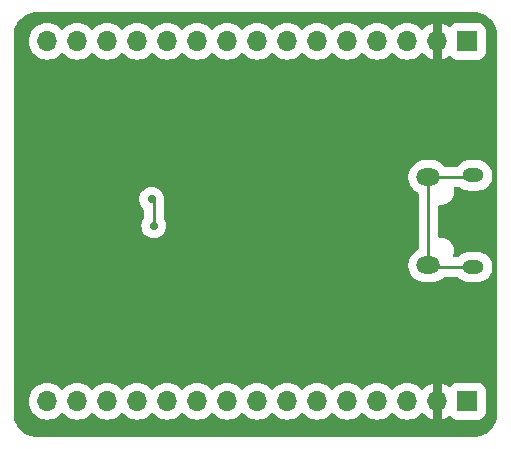
<source format=gbr>
%TF.GenerationSoftware,KiCad,Pcbnew,7.0.5-7.0.5~ubuntu20.04.1*%
%TF.CreationDate,2023-12-02T16:13:28+01:00*%
%TF.ProjectId,ST_prot,53545f70-726f-4742-9e6b-696361645f70,rev?*%
%TF.SameCoordinates,Original*%
%TF.FileFunction,Copper,L2,Bot*%
%TF.FilePolarity,Positive*%
%FSLAX46Y46*%
G04 Gerber Fmt 4.6, Leading zero omitted, Abs format (unit mm)*
G04 Created by KiCad (PCBNEW 7.0.5-7.0.5~ubuntu20.04.1) date 2023-12-02 16:13:28*
%MOMM*%
%LPD*%
G01*
G04 APERTURE LIST*
%TA.AperFunction,ComponentPad*%
%ADD10R,1.700000X1.700000*%
%TD*%
%TA.AperFunction,ComponentPad*%
%ADD11O,1.700000X1.700000*%
%TD*%
%TA.AperFunction,ComponentPad*%
%ADD12O,1.800000X1.150000*%
%TD*%
%TA.AperFunction,ComponentPad*%
%ADD13O,2.000000X1.450000*%
%TD*%
%TA.AperFunction,ViaPad*%
%ADD14C,0.800000*%
%TD*%
%TA.AperFunction,ViaPad*%
%ADD15C,0.700000*%
%TD*%
%TA.AperFunction,Conductor*%
%ADD16C,0.250000*%
%TD*%
G04 APERTURE END LIST*
D10*
%TO.P,J2,1,Pin_1*%
%TO.N,+3.3V*%
X91440000Y-30480000D03*
D11*
%TO.P,J2,2,Pin_2*%
%TO.N,GND*%
X88900000Y-30480000D03*
%TO.P,J2,3,Pin_3*%
%TO.N,SWDIO*%
X86360000Y-30480000D03*
%TO.P,J2,4,Pin_4*%
%TO.N,SWCLK*%
X83820000Y-30480000D03*
%TO.P,J2,5,Pin_5*%
%TO.N,PA15*%
X81280000Y-30480000D03*
%TO.P,J2,6,Pin_6*%
%TO.N,SWO*%
X78740000Y-30480000D03*
%TO.P,J2,7,Pin_7*%
%TO.N,PB4*%
X76200000Y-30480000D03*
%TO.P,J2,8,Pin_8*%
%TO.N,PB5*%
X73660000Y-30480000D03*
%TO.P,J2,9,Pin_9*%
%TO.N,PB6*%
X71120000Y-30480000D03*
%TO.P,J2,10,Pin_10*%
%TO.N,PB7*%
X68580000Y-30480000D03*
%TO.P,J2,11,Pin_11*%
%TO.N,PB8*%
X66040000Y-30480000D03*
%TO.P,J2,12,Pin_12*%
%TO.N,PB9*%
X63500000Y-30480000D03*
%TO.P,J2,13,Pin_13*%
%TO.N,PC13*%
X60960000Y-30480000D03*
%TO.P,J2,14,Pin_14*%
%TO.N,PC14*%
X58420000Y-30480000D03*
%TO.P,J2,15,Pin_15*%
%TO.N,PC15*%
X55880000Y-30480000D03*
%TD*%
D12*
%TO.P,J1,6,Shield*%
%TO.N,unconnected-(J1-Shield-Pad6)*%
X91948000Y-49595000D03*
D13*
X88148000Y-49445000D03*
X88148000Y-41995000D03*
D12*
X91948000Y-41845000D03*
%TD*%
D10*
%TO.P,J3,1,Pin_1*%
%TO.N,+3.3V*%
X91440000Y-60960000D03*
D11*
%TO.P,J3,2,Pin_2*%
%TO.N,GND*%
X88900000Y-60960000D03*
%TO.P,J3,3,Pin_3*%
%TO.N,PA10*%
X86360000Y-60960000D03*
%TO.P,J3,4,Pin_4*%
%TO.N,PA9*%
X83820000Y-60960000D03*
%TO.P,J3,5,Pin_5*%
%TO.N,PA8*%
X81280000Y-60960000D03*
%TO.P,J3,6,Pin_6*%
%TO.N,PB11*%
X78740000Y-60960000D03*
%TO.P,J3,7,Pin_7*%
%TO.N,PB10*%
X76200000Y-60960000D03*
%TO.P,J3,8,Pin_8*%
%TO.N,PB2*%
X73660000Y-60960000D03*
%TO.P,J3,9,Pin_9*%
%TO.N,PB1*%
X71120000Y-60960000D03*
%TO.P,J3,10,Pin_10*%
%TO.N,PB0*%
X68580000Y-60960000D03*
%TO.P,J3,11,Pin_11*%
%TO.N,PA7*%
X66040000Y-60960000D03*
%TO.P,J3,12,Pin_12*%
%TO.N,PA6*%
X63500000Y-60960000D03*
%TO.P,J3,13,Pin_13*%
%TO.N,PA5*%
X60960000Y-60960000D03*
%TO.P,J3,14,Pin_14*%
%TO.N,PA4*%
X58420000Y-60960000D03*
%TO.P,J3,15,Pin_15*%
%TO.N,PA3*%
X55880000Y-60960000D03*
%TD*%
D14*
%TO.N,GND*%
X86106000Y-44450000D03*
X59414023Y-39391977D03*
X56388000Y-56298500D03*
X73650500Y-35941000D03*
X65659000Y-54737000D03*
D15*
X65151000Y-35560000D03*
X66294000Y-41021000D03*
X82169000Y-54375000D03*
D14*
X91186000Y-54991000D03*
X83058000Y-41275000D03*
X72263000Y-46387000D03*
D15*
%TO.N,Net-(U2-NRST)*%
X64711272Y-43873728D03*
X64897000Y-46101000D03*
%TD*%
D16*
%TO.N,unconnected-(J1-Shield-Pad6)*%
X88298000Y-49595000D02*
X88148000Y-49445000D01*
X88148000Y-49445000D02*
X88148000Y-41995000D01*
X88148000Y-41995000D02*
X91798000Y-41995000D01*
X91948000Y-49595000D02*
X88298000Y-49595000D01*
X91798000Y-41995000D02*
X91948000Y-41845000D01*
%TO.N,Net-(U2-NRST)*%
X64897000Y-46101000D02*
X64897000Y-44059456D01*
X64897000Y-44059456D02*
X64711272Y-43873728D01*
%TD*%
%TA.AperFunction,Conductor*%
%TO.N,GND*%
G36*
X92002058Y-28025634D02*
G01*
X92253604Y-28042122D01*
X92261759Y-28043194D01*
X92506989Y-28091973D01*
X92514943Y-28094104D01*
X92751698Y-28174473D01*
X92759308Y-28177624D01*
X92983558Y-28288212D01*
X92990676Y-28292322D01*
X93198563Y-28431228D01*
X93205101Y-28436245D01*
X93248017Y-28473881D01*
X93393074Y-28601092D01*
X93398907Y-28606925D01*
X93563753Y-28794896D01*
X93568773Y-28801438D01*
X93707674Y-29009318D01*
X93711789Y-29016446D01*
X93801269Y-29197892D01*
X93822371Y-29240683D01*
X93825528Y-29248305D01*
X93905892Y-29485047D01*
X93908027Y-29493016D01*
X93956802Y-29738222D01*
X93957878Y-29746401D01*
X93974365Y-29997938D01*
X93974500Y-30002059D01*
X93974500Y-61997940D01*
X93974365Y-62002061D01*
X93957878Y-62253598D01*
X93956802Y-62261777D01*
X93908027Y-62506983D01*
X93905892Y-62514952D01*
X93825528Y-62751694D01*
X93822371Y-62759316D01*
X93711796Y-62983542D01*
X93707671Y-62990686D01*
X93568774Y-63198559D01*
X93563753Y-63205103D01*
X93398907Y-63393074D01*
X93393074Y-63398907D01*
X93205103Y-63563753D01*
X93198559Y-63568774D01*
X92990686Y-63707671D01*
X92983546Y-63711793D01*
X92871428Y-63767083D01*
X92759316Y-63822371D01*
X92751694Y-63825528D01*
X92514952Y-63905892D01*
X92506983Y-63908027D01*
X92321223Y-63944977D01*
X92261774Y-63956802D01*
X92253598Y-63957878D01*
X92043176Y-63971670D01*
X92002058Y-63974365D01*
X91997940Y-63974500D01*
X55002060Y-63974500D01*
X54997941Y-63974365D01*
X54950819Y-63971276D01*
X54746401Y-63957878D01*
X54738227Y-63956802D01*
X54615619Y-63932414D01*
X54493016Y-63908027D01*
X54485047Y-63905892D01*
X54248305Y-63825528D01*
X54240683Y-63822371D01*
X54016446Y-63711789D01*
X54009318Y-63707674D01*
X53801438Y-63568773D01*
X53794896Y-63563753D01*
X53606925Y-63398907D01*
X53601092Y-63393074D01*
X53436246Y-63205103D01*
X53431225Y-63198559D01*
X53292322Y-62990676D01*
X53288212Y-62983558D01*
X53177624Y-62759308D01*
X53174471Y-62751694D01*
X53140790Y-62652473D01*
X53094104Y-62514943D01*
X53091972Y-62506983D01*
X53091393Y-62504071D01*
X53043194Y-62261759D01*
X53042122Y-62253604D01*
X53025634Y-62002058D01*
X53025500Y-61997940D01*
X53025500Y-60960000D01*
X54316681Y-60960000D01*
X54335928Y-61204557D01*
X54393195Y-61443092D01*
X54487073Y-61669732D01*
X54487074Y-61669733D01*
X54615245Y-61878892D01*
X54615246Y-61878894D01*
X54615248Y-61878896D01*
X54774567Y-62065433D01*
X54961104Y-62224752D01*
X55170268Y-62352927D01*
X55396908Y-62446805D01*
X55635443Y-62504072D01*
X55880000Y-62523319D01*
X56124557Y-62504072D01*
X56363092Y-62446805D01*
X56589732Y-62352927D01*
X56798896Y-62224752D01*
X56985433Y-62065433D01*
X57054190Y-61984929D01*
X57113640Y-61946121D01*
X57184634Y-61945615D01*
X57244633Y-61983571D01*
X57245767Y-61984879D01*
X57314567Y-62065433D01*
X57501104Y-62224752D01*
X57710268Y-62352927D01*
X57936908Y-62446805D01*
X58175443Y-62504072D01*
X58420000Y-62523319D01*
X58664557Y-62504072D01*
X58903092Y-62446805D01*
X59129732Y-62352927D01*
X59338896Y-62224752D01*
X59525433Y-62065433D01*
X59594190Y-61984929D01*
X59653640Y-61946121D01*
X59724634Y-61945615D01*
X59784633Y-61983571D01*
X59785767Y-61984879D01*
X59854567Y-62065433D01*
X60041104Y-62224752D01*
X60250268Y-62352927D01*
X60476908Y-62446805D01*
X60715443Y-62504072D01*
X60960000Y-62523319D01*
X61204557Y-62504072D01*
X61443092Y-62446805D01*
X61669732Y-62352927D01*
X61878896Y-62224752D01*
X62065433Y-62065433D01*
X62134190Y-61984929D01*
X62193640Y-61946121D01*
X62264634Y-61945615D01*
X62324633Y-61983571D01*
X62325767Y-61984879D01*
X62394567Y-62065433D01*
X62581104Y-62224752D01*
X62790268Y-62352927D01*
X63016908Y-62446805D01*
X63255443Y-62504072D01*
X63500000Y-62523319D01*
X63744557Y-62504072D01*
X63983092Y-62446805D01*
X64209732Y-62352927D01*
X64418896Y-62224752D01*
X64605433Y-62065433D01*
X64674190Y-61984929D01*
X64733640Y-61946121D01*
X64804634Y-61945615D01*
X64864633Y-61983571D01*
X64865767Y-61984879D01*
X64934567Y-62065433D01*
X65121104Y-62224752D01*
X65330268Y-62352927D01*
X65556908Y-62446805D01*
X65795443Y-62504072D01*
X66040000Y-62523319D01*
X66284557Y-62504072D01*
X66523092Y-62446805D01*
X66749732Y-62352927D01*
X66958896Y-62224752D01*
X67145433Y-62065433D01*
X67214190Y-61984929D01*
X67273640Y-61946121D01*
X67344634Y-61945615D01*
X67404633Y-61983571D01*
X67405767Y-61984879D01*
X67474567Y-62065433D01*
X67661104Y-62224752D01*
X67870268Y-62352927D01*
X68096908Y-62446805D01*
X68335443Y-62504072D01*
X68580000Y-62523319D01*
X68824557Y-62504072D01*
X69063092Y-62446805D01*
X69289732Y-62352927D01*
X69498896Y-62224752D01*
X69685433Y-62065433D01*
X69754190Y-61984929D01*
X69813640Y-61946121D01*
X69884634Y-61945615D01*
X69944633Y-61983571D01*
X69945767Y-61984879D01*
X70014567Y-62065433D01*
X70201104Y-62224752D01*
X70410268Y-62352927D01*
X70636908Y-62446805D01*
X70875443Y-62504072D01*
X71120000Y-62523319D01*
X71364557Y-62504072D01*
X71603092Y-62446805D01*
X71829732Y-62352927D01*
X72038896Y-62224752D01*
X72225433Y-62065433D01*
X72294190Y-61984929D01*
X72353640Y-61946121D01*
X72424634Y-61945615D01*
X72484633Y-61983571D01*
X72485767Y-61984879D01*
X72554567Y-62065433D01*
X72741104Y-62224752D01*
X72950268Y-62352927D01*
X73176908Y-62446805D01*
X73415443Y-62504072D01*
X73660000Y-62523319D01*
X73904557Y-62504072D01*
X74143092Y-62446805D01*
X74369732Y-62352927D01*
X74578896Y-62224752D01*
X74765433Y-62065433D01*
X74834190Y-61984929D01*
X74893640Y-61946121D01*
X74964634Y-61945615D01*
X75024633Y-61983571D01*
X75025767Y-61984879D01*
X75094567Y-62065433D01*
X75281104Y-62224752D01*
X75490268Y-62352927D01*
X75716908Y-62446805D01*
X75955443Y-62504072D01*
X76200000Y-62523319D01*
X76444557Y-62504072D01*
X76683092Y-62446805D01*
X76909732Y-62352927D01*
X77118896Y-62224752D01*
X77305433Y-62065433D01*
X77374190Y-61984929D01*
X77433640Y-61946121D01*
X77504634Y-61945615D01*
X77564633Y-61983571D01*
X77565767Y-61984879D01*
X77634567Y-62065433D01*
X77821104Y-62224752D01*
X78030268Y-62352927D01*
X78256908Y-62446805D01*
X78495443Y-62504072D01*
X78740000Y-62523319D01*
X78984557Y-62504072D01*
X79223092Y-62446805D01*
X79449732Y-62352927D01*
X79658896Y-62224752D01*
X79845433Y-62065433D01*
X79914190Y-61984929D01*
X79973640Y-61946121D01*
X80044634Y-61945615D01*
X80104633Y-61983571D01*
X80105767Y-61984879D01*
X80174567Y-62065433D01*
X80361104Y-62224752D01*
X80570268Y-62352927D01*
X80796908Y-62446805D01*
X81035443Y-62504072D01*
X81280000Y-62523319D01*
X81524557Y-62504072D01*
X81763092Y-62446805D01*
X81989732Y-62352927D01*
X82198896Y-62224752D01*
X82385433Y-62065433D01*
X82454190Y-61984929D01*
X82513640Y-61946121D01*
X82584634Y-61945615D01*
X82644633Y-61983571D01*
X82645767Y-61984879D01*
X82714567Y-62065433D01*
X82901104Y-62224752D01*
X83110268Y-62352927D01*
X83336908Y-62446805D01*
X83575443Y-62504072D01*
X83820000Y-62523319D01*
X84064557Y-62504072D01*
X84303092Y-62446805D01*
X84529732Y-62352927D01*
X84738896Y-62224752D01*
X84925433Y-62065433D01*
X84994190Y-61984929D01*
X85053640Y-61946121D01*
X85124634Y-61945615D01*
X85184633Y-61983571D01*
X85185767Y-61984879D01*
X85254567Y-62065433D01*
X85441104Y-62224752D01*
X85650268Y-62352927D01*
X85876908Y-62446805D01*
X86115443Y-62504072D01*
X86360000Y-62523319D01*
X86604557Y-62504072D01*
X86843092Y-62446805D01*
X87069732Y-62352927D01*
X87278896Y-62224752D01*
X87465433Y-62065433D01*
X87534519Y-61984543D01*
X87593967Y-61945737D01*
X87664962Y-61945229D01*
X87724961Y-61983185D01*
X87726139Y-61984546D01*
X87794920Y-62065079D01*
X87981395Y-62224343D01*
X87981397Y-62224344D01*
X88190496Y-62352481D01*
X88417064Y-62446328D01*
X88546000Y-62477282D01*
X88546000Y-61314852D01*
X88626900Y-61384952D01*
X88757685Y-61444680D01*
X88864237Y-61460000D01*
X88935763Y-61460000D01*
X89042315Y-61444680D01*
X89173100Y-61384952D01*
X89254000Y-61314852D01*
X89254000Y-62477281D01*
X89382935Y-62446328D01*
X89609503Y-62352481D01*
X89818604Y-62224343D01*
X89833659Y-62211485D01*
X89898448Y-62182452D01*
X89968649Y-62193056D01*
X90021972Y-62239929D01*
X90023319Y-62242108D01*
X90028182Y-62250152D01*
X90028188Y-62250160D01*
X90149839Y-62371811D01*
X90149844Y-62371815D01*
X90149845Y-62371816D01*
X90297087Y-62460827D01*
X90461351Y-62512013D01*
X90532735Y-62518500D01*
X92347264Y-62518499D01*
X92418649Y-62512013D01*
X92582913Y-62460827D01*
X92730155Y-62371816D01*
X92851816Y-62250155D01*
X92940827Y-62102913D01*
X92992013Y-61938649D01*
X92998500Y-61867265D01*
X92998499Y-60052736D01*
X92992013Y-59981351D01*
X92940827Y-59817087D01*
X92851816Y-59669845D01*
X92851815Y-59669844D01*
X92851811Y-59669839D01*
X92730160Y-59548188D01*
X92730155Y-59548184D01*
X92730154Y-59548184D01*
X92582913Y-59459173D01*
X92582912Y-59459172D01*
X92582911Y-59459172D01*
X92582906Y-59459170D01*
X92418646Y-59407986D01*
X92366722Y-59403268D01*
X92347265Y-59401500D01*
X92347262Y-59401500D01*
X90532738Y-59401500D01*
X90461353Y-59407986D01*
X90461352Y-59407986D01*
X90297093Y-59459170D01*
X90297088Y-59459172D01*
X90149844Y-59548184D01*
X90149839Y-59548188D01*
X90028188Y-59669839D01*
X90028182Y-59669847D01*
X90023319Y-59677892D01*
X89970960Y-59725840D01*
X89900989Y-59737869D01*
X89835624Y-59710159D01*
X89833662Y-59708517D01*
X89818604Y-59695656D01*
X89818602Y-59695655D01*
X89609503Y-59567518D01*
X89382933Y-59473671D01*
X89382927Y-59473669D01*
X89254000Y-59442715D01*
X89254000Y-60605147D01*
X89173100Y-60535048D01*
X89042315Y-60475320D01*
X88935763Y-60460000D01*
X88864237Y-60460000D01*
X88757685Y-60475320D01*
X88626900Y-60535048D01*
X88546000Y-60605147D01*
X88546000Y-59442715D01*
X88417072Y-59473669D01*
X88417066Y-59473671D01*
X88190496Y-59567518D01*
X87981397Y-59695655D01*
X87981395Y-59695656D01*
X87794923Y-59854918D01*
X87726139Y-59935454D01*
X87666688Y-59974263D01*
X87595693Y-59974769D01*
X87535695Y-59936813D01*
X87534558Y-59935501D01*
X87465433Y-59854567D01*
X87278896Y-59695248D01*
X87278894Y-59695246D01*
X87278892Y-59695245D01*
X87070458Y-59567518D01*
X87069732Y-59567073D01*
X86843092Y-59473195D01*
X86604557Y-59415928D01*
X86360000Y-59396681D01*
X86115443Y-59415928D01*
X85876907Y-59473195D01*
X85650266Y-59567074D01*
X85441107Y-59695245D01*
X85254567Y-59854567D01*
X85185811Y-59935069D01*
X85126360Y-59973878D01*
X85055365Y-59974384D01*
X84995367Y-59936428D01*
X84994189Y-59935069D01*
X84982089Y-59920903D01*
X84925433Y-59854567D01*
X84738896Y-59695248D01*
X84738894Y-59695246D01*
X84738892Y-59695245D01*
X84530458Y-59567518D01*
X84529732Y-59567073D01*
X84303092Y-59473195D01*
X84064557Y-59415928D01*
X83820000Y-59396681D01*
X83575443Y-59415928D01*
X83336907Y-59473195D01*
X83110266Y-59567074D01*
X82901107Y-59695245D01*
X82714567Y-59854567D01*
X82645811Y-59935069D01*
X82586360Y-59973878D01*
X82515365Y-59974384D01*
X82455367Y-59936428D01*
X82454189Y-59935069D01*
X82442089Y-59920903D01*
X82385433Y-59854567D01*
X82198896Y-59695248D01*
X82198894Y-59695246D01*
X82198892Y-59695245D01*
X81990458Y-59567518D01*
X81989732Y-59567073D01*
X81763092Y-59473195D01*
X81524557Y-59415928D01*
X81280000Y-59396681D01*
X81035443Y-59415928D01*
X80796907Y-59473195D01*
X80570266Y-59567074D01*
X80361107Y-59695245D01*
X80174567Y-59854567D01*
X80105811Y-59935069D01*
X80046360Y-59973878D01*
X79975365Y-59974384D01*
X79915367Y-59936428D01*
X79914189Y-59935069D01*
X79902089Y-59920903D01*
X79845433Y-59854567D01*
X79658896Y-59695248D01*
X79658894Y-59695246D01*
X79658892Y-59695245D01*
X79450458Y-59567518D01*
X79449732Y-59567073D01*
X79223092Y-59473195D01*
X78984557Y-59415928D01*
X78740000Y-59396681D01*
X78495443Y-59415928D01*
X78256907Y-59473195D01*
X78030266Y-59567074D01*
X77821107Y-59695245D01*
X77634567Y-59854567D01*
X77565811Y-59935069D01*
X77506360Y-59973878D01*
X77435365Y-59974384D01*
X77375367Y-59936428D01*
X77374189Y-59935069D01*
X77362089Y-59920903D01*
X77305433Y-59854567D01*
X77118896Y-59695248D01*
X77118894Y-59695246D01*
X77118892Y-59695245D01*
X76910458Y-59567518D01*
X76909732Y-59567073D01*
X76683092Y-59473195D01*
X76444557Y-59415928D01*
X76200000Y-59396681D01*
X75955443Y-59415928D01*
X75716907Y-59473195D01*
X75490266Y-59567074D01*
X75281107Y-59695245D01*
X75094567Y-59854567D01*
X75025811Y-59935069D01*
X74966360Y-59973878D01*
X74895365Y-59974384D01*
X74835367Y-59936428D01*
X74834189Y-59935069D01*
X74822089Y-59920903D01*
X74765433Y-59854567D01*
X74578896Y-59695248D01*
X74578894Y-59695246D01*
X74578892Y-59695245D01*
X74370458Y-59567518D01*
X74369732Y-59567073D01*
X74143092Y-59473195D01*
X73904557Y-59415928D01*
X73660000Y-59396681D01*
X73415443Y-59415928D01*
X73176907Y-59473195D01*
X72950266Y-59567074D01*
X72741107Y-59695245D01*
X72554567Y-59854567D01*
X72485811Y-59935069D01*
X72426360Y-59973878D01*
X72355365Y-59974384D01*
X72295367Y-59936428D01*
X72294189Y-59935069D01*
X72282089Y-59920903D01*
X72225433Y-59854567D01*
X72038896Y-59695248D01*
X72038894Y-59695246D01*
X72038892Y-59695245D01*
X71830458Y-59567518D01*
X71829732Y-59567073D01*
X71603092Y-59473195D01*
X71364557Y-59415928D01*
X71120000Y-59396681D01*
X70875443Y-59415928D01*
X70636907Y-59473195D01*
X70410266Y-59567074D01*
X70201107Y-59695245D01*
X70014567Y-59854567D01*
X69945811Y-59935069D01*
X69886360Y-59973878D01*
X69815365Y-59974384D01*
X69755367Y-59936428D01*
X69754189Y-59935069D01*
X69742089Y-59920903D01*
X69685433Y-59854567D01*
X69498896Y-59695248D01*
X69498894Y-59695246D01*
X69498892Y-59695245D01*
X69290458Y-59567518D01*
X69289732Y-59567073D01*
X69063092Y-59473195D01*
X68824557Y-59415928D01*
X68580000Y-59396681D01*
X68335443Y-59415928D01*
X68096907Y-59473195D01*
X67870266Y-59567074D01*
X67661107Y-59695245D01*
X67474567Y-59854567D01*
X67405811Y-59935069D01*
X67346360Y-59973878D01*
X67275365Y-59974384D01*
X67215367Y-59936428D01*
X67214189Y-59935069D01*
X67202089Y-59920903D01*
X67145433Y-59854567D01*
X66958896Y-59695248D01*
X66958894Y-59695246D01*
X66958892Y-59695245D01*
X66750458Y-59567518D01*
X66749732Y-59567073D01*
X66523092Y-59473195D01*
X66284557Y-59415928D01*
X66040000Y-59396681D01*
X65795443Y-59415928D01*
X65556907Y-59473195D01*
X65330266Y-59567074D01*
X65121107Y-59695245D01*
X64934567Y-59854567D01*
X64865811Y-59935069D01*
X64806360Y-59973878D01*
X64735365Y-59974384D01*
X64675367Y-59936428D01*
X64674189Y-59935069D01*
X64662089Y-59920903D01*
X64605433Y-59854567D01*
X64418896Y-59695248D01*
X64418894Y-59695246D01*
X64418892Y-59695245D01*
X64210458Y-59567518D01*
X64209732Y-59567073D01*
X63983092Y-59473195D01*
X63744557Y-59415928D01*
X63500000Y-59396681D01*
X63255443Y-59415928D01*
X63016907Y-59473195D01*
X62790266Y-59567074D01*
X62581107Y-59695245D01*
X62394567Y-59854567D01*
X62325811Y-59935069D01*
X62266360Y-59973878D01*
X62195365Y-59974384D01*
X62135367Y-59936428D01*
X62134189Y-59935069D01*
X62122089Y-59920903D01*
X62065433Y-59854567D01*
X61878896Y-59695248D01*
X61878894Y-59695246D01*
X61878892Y-59695245D01*
X61670458Y-59567518D01*
X61669732Y-59567073D01*
X61443092Y-59473195D01*
X61204557Y-59415928D01*
X60960000Y-59396681D01*
X60715443Y-59415928D01*
X60476907Y-59473195D01*
X60250266Y-59567074D01*
X60041107Y-59695245D01*
X59854567Y-59854567D01*
X59785811Y-59935069D01*
X59726360Y-59973878D01*
X59655365Y-59974384D01*
X59595367Y-59936428D01*
X59594189Y-59935069D01*
X59582089Y-59920903D01*
X59525433Y-59854567D01*
X59338896Y-59695248D01*
X59338894Y-59695246D01*
X59338892Y-59695245D01*
X59130458Y-59567518D01*
X59129732Y-59567073D01*
X58903092Y-59473195D01*
X58664557Y-59415928D01*
X58420000Y-59396681D01*
X58175443Y-59415928D01*
X57936907Y-59473195D01*
X57710266Y-59567074D01*
X57501107Y-59695245D01*
X57314566Y-59854567D01*
X57245809Y-59935070D01*
X57186358Y-59973878D01*
X57115363Y-59974384D01*
X57055365Y-59936427D01*
X57054188Y-59935068D01*
X56985435Y-59854569D01*
X56816354Y-59710159D01*
X56798896Y-59695248D01*
X56798894Y-59695246D01*
X56798892Y-59695245D01*
X56590458Y-59567518D01*
X56589732Y-59567073D01*
X56363092Y-59473195D01*
X56124557Y-59415928D01*
X55880000Y-59396681D01*
X55635443Y-59415928D01*
X55396907Y-59473195D01*
X55170266Y-59567074D01*
X54961107Y-59695245D01*
X54774567Y-59854567D01*
X54615245Y-60041107D01*
X54487074Y-60250266D01*
X54393195Y-60476907D01*
X54335927Y-60715443D01*
X54335928Y-60715443D01*
X54316681Y-60960000D01*
X53025500Y-60960000D01*
X53025500Y-49563783D01*
X86439500Y-49563783D01*
X86472123Y-49759288D01*
X86478601Y-49798105D01*
X86478603Y-49798114D01*
X86555738Y-50022800D01*
X86555739Y-50022803D01*
X86668808Y-50231736D01*
X86668809Y-50231737D01*
X86814730Y-50419217D01*
X86989507Y-50580110D01*
X87188391Y-50710046D01*
X87188390Y-50710046D01*
X87327891Y-50771237D01*
X87405948Y-50805476D01*
X87405949Y-50805476D01*
X87405951Y-50805477D01*
X87636237Y-50863793D01*
X87636245Y-50863795D01*
X87813709Y-50878500D01*
X87813715Y-50878500D01*
X88482285Y-50878500D01*
X88482291Y-50878500D01*
X88659755Y-50863795D01*
X88890052Y-50805476D01*
X89107609Y-50710046D01*
X89306492Y-50580110D01*
X89306491Y-50580110D01*
X89435013Y-50461799D01*
X89498678Y-50430378D01*
X89520350Y-50428500D01*
X90589167Y-50428500D01*
X90657288Y-50448502D01*
X90678262Y-50465405D01*
X90794831Y-50581974D01*
X90978799Y-50710790D01*
X91182340Y-50805703D01*
X91373640Y-50856961D01*
X91399136Y-50863793D01*
X91399271Y-50863829D01*
X91566959Y-50878500D01*
X91566966Y-50878500D01*
X92329034Y-50878500D01*
X92329041Y-50878500D01*
X92496729Y-50863829D01*
X92713660Y-50805703D01*
X92917201Y-50710790D01*
X93101169Y-50581974D01*
X93259974Y-50423169D01*
X93388790Y-50239202D01*
X93483703Y-50035660D01*
X93541829Y-49818729D01*
X93561403Y-49595000D01*
X93541829Y-49371271D01*
X93483703Y-49154340D01*
X93388790Y-48950799D01*
X93259974Y-48766831D01*
X93101169Y-48608026D01*
X92917201Y-48479210D01*
X92713660Y-48384297D01*
X92713658Y-48384296D01*
X92713657Y-48384296D01*
X92496732Y-48326171D01*
X92446422Y-48321769D01*
X92329041Y-48311500D01*
X91566959Y-48311500D01*
X91460248Y-48320836D01*
X91399267Y-48326171D01*
X91182342Y-48384296D01*
X91182337Y-48384298D01*
X90978798Y-48479210D01*
X90794834Y-48608023D01*
X90794828Y-48608028D01*
X90678262Y-48724595D01*
X90615950Y-48758621D01*
X90589167Y-48761500D01*
X90363277Y-48761500D01*
X90295156Y-48741498D01*
X90248663Y-48687842D01*
X90238559Y-48617568D01*
X90242086Y-48601021D01*
X90255209Y-48554895D01*
X90256264Y-48551549D01*
X90264713Y-48527135D01*
X90280153Y-48482527D01*
X90283996Y-48455792D01*
X90285761Y-48447518D01*
X90292294Y-48424559D01*
X90299049Y-48351654D01*
X90299418Y-48348532D01*
X90310281Y-48272984D01*
X90309152Y-48249299D01*
X90309349Y-48240489D01*
X90311249Y-48220000D01*
X90304186Y-48143789D01*
X90303996Y-48141071D01*
X90300208Y-48061526D01*
X90296478Y-48046153D01*
X90293464Y-48028076D01*
X90292294Y-48015441D01*
X90270453Y-47938681D01*
X90269841Y-47936356D01*
X90250298Y-47855796D01*
X90245168Y-47844565D01*
X90238594Y-47826707D01*
X90236074Y-47817848D01*
X90199056Y-47743508D01*
X90198146Y-47741600D01*
X90162358Y-47663232D01*
X90162356Y-47663229D01*
X90157208Y-47656000D01*
X90147061Y-47639087D01*
X90144503Y-47633950D01*
X90144500Y-47633946D01*
X90144499Y-47633944D01*
X90092495Y-47565081D01*
X90091452Y-47563658D01*
X90039565Y-47490793D01*
X90039562Y-47490788D01*
X90039559Y-47490785D01*
X90035655Y-47487062D01*
X90022062Y-47471812D01*
X90020701Y-47470009D01*
X89954457Y-47409620D01*
X89953478Y-47408707D01*
X89886346Y-47344697D01*
X89884739Y-47343664D01*
X89873561Y-47335074D01*
X89873529Y-47335118D01*
X89868888Y-47331613D01*
X89868882Y-47331608D01*
X89789445Y-47282422D01*
X89751349Y-47257939D01*
X89708255Y-47230244D01*
X89702916Y-47227492D01*
X89702955Y-47227415D01*
X89699601Y-47225722D01*
X89699435Y-47226057D01*
X89694217Y-47223459D01*
X89604181Y-47188579D01*
X89511727Y-47151565D01*
X89511717Y-47151562D01*
X89511532Y-47151527D01*
X89506223Y-47150264D01*
X89502653Y-47149248D01*
X89404693Y-47130936D01*
X89303855Y-47111501D01*
X89303853Y-47111500D01*
X89303849Y-47111500D01*
X89300718Y-47111500D01*
X89107500Y-47111500D01*
X89039379Y-47091498D01*
X88992886Y-47037842D01*
X88981500Y-46985500D01*
X88981500Y-44454500D01*
X89001502Y-44386379D01*
X89055158Y-44339886D01*
X89107500Y-44328500D01*
X89300715Y-44328500D01*
X89300718Y-44328500D01*
X89350077Y-44319272D01*
X89355642Y-44318488D01*
X89408739Y-44313419D01*
X89453612Y-44300242D01*
X89459777Y-44298765D01*
X89502655Y-44290751D01*
X89552536Y-44271426D01*
X89557523Y-44269731D01*
X89611862Y-44253777D01*
X89650505Y-44233853D01*
X89656592Y-44231115D01*
X89694218Y-44216540D01*
X89742487Y-44186651D01*
X89746768Y-44184226D01*
X89800026Y-44156771D01*
X89831609Y-44131932D01*
X89837378Y-44127897D01*
X89868882Y-44108392D01*
X89913278Y-44067918D01*
X89916762Y-44064967D01*
X89966432Y-44025908D01*
X89990595Y-43998021D01*
X89995743Y-43992742D01*
X90020701Y-43969991D01*
X90058881Y-43919430D01*
X90061535Y-43916153D01*
X90105065Y-43865918D01*
X90121864Y-43836817D01*
X90126145Y-43830358D01*
X90144503Y-43806050D01*
X90174205Y-43746398D01*
X90176034Y-43742994D01*
X90182339Y-43732072D01*
X90210913Y-43682582D01*
X90220822Y-43653951D01*
X90223962Y-43646475D01*
X90236074Y-43622152D01*
X90255212Y-43554885D01*
X90256264Y-43551548D01*
X90259157Y-43543188D01*
X90280153Y-43482527D01*
X90283996Y-43455792D01*
X90285761Y-43447518D01*
X90292294Y-43424559D01*
X90299049Y-43351654D01*
X90299418Y-43348532D01*
X90310281Y-43272984D01*
X90309152Y-43249299D01*
X90309349Y-43240489D01*
X90311249Y-43220000D01*
X90304186Y-43143789D01*
X90303996Y-43141071D01*
X90300208Y-43061526D01*
X90296478Y-43046153D01*
X90293464Y-43028076D01*
X90292294Y-43015441D01*
X90284766Y-42988983D01*
X90285361Y-42917989D01*
X90324244Y-42858587D01*
X90389070Y-42829637D01*
X90405955Y-42828500D01*
X90750142Y-42828500D01*
X90818263Y-42848502D01*
X90822407Y-42851283D01*
X90978799Y-42960790D01*
X91182340Y-43055703D01*
X91399271Y-43113829D01*
X91566959Y-43128500D01*
X91566966Y-43128500D01*
X92329034Y-43128500D01*
X92329041Y-43128500D01*
X92496729Y-43113829D01*
X92713660Y-43055703D01*
X92917201Y-42960790D01*
X93101169Y-42831974D01*
X93259974Y-42673169D01*
X93388790Y-42489202D01*
X93483703Y-42285660D01*
X93541829Y-42068729D01*
X93561403Y-41845000D01*
X93541829Y-41621271D01*
X93483703Y-41404340D01*
X93388790Y-41200799D01*
X93259974Y-41016831D01*
X93101169Y-40858026D01*
X92917201Y-40729210D01*
X92713660Y-40634297D01*
X92713658Y-40634296D01*
X92713657Y-40634296D01*
X92496732Y-40576171D01*
X92446422Y-40571769D01*
X92329041Y-40561500D01*
X91566959Y-40561500D01*
X91460248Y-40570836D01*
X91399267Y-40576171D01*
X91182342Y-40634296D01*
X91182337Y-40634298D01*
X90978798Y-40729210D01*
X90794834Y-40858023D01*
X90636025Y-41016831D01*
X90572349Y-41107771D01*
X90516892Y-41152099D01*
X90469136Y-41161500D01*
X89652392Y-41161500D01*
X89584271Y-41141498D01*
X89552960Y-41112891D01*
X89548975Y-41107771D01*
X89481275Y-41020789D01*
X89481273Y-41020787D01*
X89481269Y-41020782D01*
X89306492Y-40859889D01*
X89107608Y-40729953D01*
X89107609Y-40729953D01*
X88890055Y-40634525D01*
X88890048Y-40634522D01*
X88659762Y-40576206D01*
X88659757Y-40576205D01*
X88659755Y-40576205D01*
X88548281Y-40566968D01*
X88482294Y-40561500D01*
X88482291Y-40561500D01*
X87813709Y-40561500D01*
X87813705Y-40561500D01*
X87725721Y-40568790D01*
X87636245Y-40576205D01*
X87636243Y-40576205D01*
X87636237Y-40576206D01*
X87405951Y-40634522D01*
X87405944Y-40634525D01*
X87188391Y-40729953D01*
X86989507Y-40859889D01*
X86814730Y-41020782D01*
X86668809Y-41208262D01*
X86668808Y-41208263D01*
X86555739Y-41417196D01*
X86555738Y-41417199D01*
X86478603Y-41641885D01*
X86478601Y-41641890D01*
X86478602Y-41641890D01*
X86439500Y-41876217D01*
X86439500Y-42113783D01*
X86468181Y-42285657D01*
X86478601Y-42348105D01*
X86478603Y-42348114D01*
X86555738Y-42572800D01*
X86555739Y-42572803D01*
X86610055Y-42673169D01*
X86668809Y-42781737D01*
X86728623Y-42858587D01*
X86814730Y-42969217D01*
X86989507Y-43130110D01*
X87188382Y-43260041D01*
X87188387Y-43260043D01*
X87188391Y-43260046D01*
X87239114Y-43282295D01*
X87293462Y-43327975D01*
X87314486Y-43395787D01*
X87314500Y-43397682D01*
X87314500Y-48042317D01*
X87294498Y-48110438D01*
X87240842Y-48156931D01*
X87239115Y-48157704D01*
X87188389Y-48179954D01*
X86989507Y-48309889D01*
X86814730Y-48470782D01*
X86668809Y-48658262D01*
X86668808Y-48658263D01*
X86555739Y-48867196D01*
X86555738Y-48867199D01*
X86478603Y-49091885D01*
X86478601Y-49091894D01*
X86468181Y-49154340D01*
X86439500Y-49326217D01*
X86439500Y-49563783D01*
X53025500Y-49563783D01*
X53025500Y-43873731D01*
X63647650Y-43873731D01*
X63668085Y-44081223D01*
X63668086Y-44081229D01*
X63668087Y-44081230D01*
X63682242Y-44127894D01*
X63728613Y-44280759D01*
X63826903Y-44464645D01*
X63959175Y-44625819D01*
X63959178Y-44625822D01*
X64001236Y-44660338D01*
X64017434Y-44673632D01*
X64057402Y-44732309D01*
X64063499Y-44771030D01*
X64063499Y-45403015D01*
X64043497Y-45471136D01*
X64034900Y-45482946D01*
X64012632Y-45510080D01*
X63914341Y-45693968D01*
X63853813Y-45893504D01*
X63833378Y-46100996D01*
X63833378Y-46101003D01*
X63853813Y-46308495D01*
X63853814Y-46308501D01*
X63853815Y-46308502D01*
X63914341Y-46508031D01*
X64012631Y-46691917D01*
X64144906Y-46853094D01*
X64306083Y-46985369D01*
X64489969Y-47083659D01*
X64689498Y-47144185D01*
X64689502Y-47144185D01*
X64689504Y-47144186D01*
X64896997Y-47164622D01*
X64897000Y-47164622D01*
X64897003Y-47164622D01*
X65104495Y-47144186D01*
X65104496Y-47144185D01*
X65104502Y-47144185D01*
X65304031Y-47083659D01*
X65487917Y-46985369D01*
X65649094Y-46853094D01*
X65781369Y-46691917D01*
X65879659Y-46508031D01*
X65940185Y-46308502D01*
X65960622Y-46101000D01*
X65940185Y-45893498D01*
X65879659Y-45693969D01*
X65781369Y-45510083D01*
X65759100Y-45482948D01*
X65731347Y-45417601D01*
X65730500Y-45403015D01*
X65730500Y-44178897D01*
X65735925Y-44142322D01*
X65739737Y-44129755D01*
X65754457Y-44081230D01*
X65755768Y-44067925D01*
X65774894Y-43873731D01*
X65774894Y-43873724D01*
X65754458Y-43666232D01*
X65754457Y-43666230D01*
X65754457Y-43666226D01*
X65693931Y-43466697D01*
X65595641Y-43282811D01*
X65463366Y-43121634D01*
X65302189Y-42989359D01*
X65118303Y-42891069D01*
X64918774Y-42830543D01*
X64918773Y-42830542D01*
X64918767Y-42830541D01*
X64711275Y-42810106D01*
X64711269Y-42810106D01*
X64503776Y-42830541D01*
X64304240Y-42891069D01*
X64120354Y-42989359D01*
X63959178Y-43121634D01*
X63826903Y-43282810D01*
X63728613Y-43466696D01*
X63668085Y-43666232D01*
X63647650Y-43873724D01*
X63647650Y-43873731D01*
X53025500Y-43873731D01*
X53025500Y-30480000D01*
X54316681Y-30480000D01*
X54335928Y-30724557D01*
X54393195Y-30963092D01*
X54487073Y-31189732D01*
X54487074Y-31189733D01*
X54615245Y-31398892D01*
X54615246Y-31398894D01*
X54615248Y-31398896D01*
X54774567Y-31585433D01*
X54961104Y-31744752D01*
X55170268Y-31872927D01*
X55396908Y-31966805D01*
X55635443Y-32024072D01*
X55880000Y-32043319D01*
X56124557Y-32024072D01*
X56363092Y-31966805D01*
X56589732Y-31872927D01*
X56798896Y-31744752D01*
X56985433Y-31585433D01*
X57054190Y-31504929D01*
X57113640Y-31466121D01*
X57184634Y-31465615D01*
X57244633Y-31503571D01*
X57245767Y-31504879D01*
X57314567Y-31585433D01*
X57501104Y-31744752D01*
X57710268Y-31872927D01*
X57936908Y-31966805D01*
X58175443Y-32024072D01*
X58420000Y-32043319D01*
X58664557Y-32024072D01*
X58903092Y-31966805D01*
X59129732Y-31872927D01*
X59338896Y-31744752D01*
X59525433Y-31585433D01*
X59594190Y-31504929D01*
X59653640Y-31466121D01*
X59724634Y-31465615D01*
X59784633Y-31503571D01*
X59785767Y-31504879D01*
X59854567Y-31585433D01*
X60041104Y-31744752D01*
X60250268Y-31872927D01*
X60476908Y-31966805D01*
X60715443Y-32024072D01*
X60960000Y-32043319D01*
X61204557Y-32024072D01*
X61443092Y-31966805D01*
X61669732Y-31872927D01*
X61878896Y-31744752D01*
X62065433Y-31585433D01*
X62134190Y-31504929D01*
X62193640Y-31466121D01*
X62264634Y-31465615D01*
X62324633Y-31503571D01*
X62325767Y-31504879D01*
X62394567Y-31585433D01*
X62581104Y-31744752D01*
X62790268Y-31872927D01*
X63016908Y-31966805D01*
X63255443Y-32024072D01*
X63500000Y-32043319D01*
X63744557Y-32024072D01*
X63983092Y-31966805D01*
X64209732Y-31872927D01*
X64418896Y-31744752D01*
X64605433Y-31585433D01*
X64674190Y-31504929D01*
X64733640Y-31466121D01*
X64804634Y-31465615D01*
X64864633Y-31503571D01*
X64865767Y-31504879D01*
X64934567Y-31585433D01*
X65121104Y-31744752D01*
X65330268Y-31872927D01*
X65556908Y-31966805D01*
X65795443Y-32024072D01*
X66040000Y-32043319D01*
X66284557Y-32024072D01*
X66523092Y-31966805D01*
X66749732Y-31872927D01*
X66958896Y-31744752D01*
X67145433Y-31585433D01*
X67214190Y-31504929D01*
X67273640Y-31466121D01*
X67344634Y-31465615D01*
X67404633Y-31503571D01*
X67405767Y-31504879D01*
X67474567Y-31585433D01*
X67661104Y-31744752D01*
X67870268Y-31872927D01*
X68096908Y-31966805D01*
X68335443Y-32024072D01*
X68580000Y-32043319D01*
X68824557Y-32024072D01*
X69063092Y-31966805D01*
X69289732Y-31872927D01*
X69498896Y-31744752D01*
X69685433Y-31585433D01*
X69754191Y-31504928D01*
X69813638Y-31466122D01*
X69884633Y-31465614D01*
X69944631Y-31503570D01*
X69945809Y-31504930D01*
X70014563Y-31585429D01*
X70014565Y-31585430D01*
X70014567Y-31585433D01*
X70201104Y-31744752D01*
X70410268Y-31872927D01*
X70636908Y-31966805D01*
X70875443Y-32024072D01*
X71120000Y-32043319D01*
X71364557Y-32024072D01*
X71603092Y-31966805D01*
X71829732Y-31872927D01*
X72038896Y-31744752D01*
X72225433Y-31585433D01*
X72294190Y-31504929D01*
X72353640Y-31466121D01*
X72424634Y-31465615D01*
X72484633Y-31503571D01*
X72485767Y-31504879D01*
X72554567Y-31585433D01*
X72741104Y-31744752D01*
X72950268Y-31872927D01*
X73176908Y-31966805D01*
X73415443Y-32024072D01*
X73660000Y-32043319D01*
X73904557Y-32024072D01*
X74143092Y-31966805D01*
X74369732Y-31872927D01*
X74578896Y-31744752D01*
X74765433Y-31585433D01*
X74834190Y-31504929D01*
X74893640Y-31466121D01*
X74964634Y-31465615D01*
X75024633Y-31503571D01*
X75025767Y-31504879D01*
X75094567Y-31585433D01*
X75281104Y-31744752D01*
X75490268Y-31872927D01*
X75716908Y-31966805D01*
X75955443Y-32024072D01*
X76200000Y-32043319D01*
X76444557Y-32024072D01*
X76683092Y-31966805D01*
X76909732Y-31872927D01*
X77118896Y-31744752D01*
X77305433Y-31585433D01*
X77374190Y-31504929D01*
X77433640Y-31466121D01*
X77504634Y-31465615D01*
X77564633Y-31503571D01*
X77565767Y-31504879D01*
X77634567Y-31585433D01*
X77821104Y-31744752D01*
X78030268Y-31872927D01*
X78256908Y-31966805D01*
X78495443Y-32024072D01*
X78740000Y-32043319D01*
X78984557Y-32024072D01*
X79223092Y-31966805D01*
X79449732Y-31872927D01*
X79658896Y-31744752D01*
X79845433Y-31585433D01*
X79914190Y-31504929D01*
X79973640Y-31466121D01*
X80044634Y-31465615D01*
X80104633Y-31503571D01*
X80105767Y-31504879D01*
X80174567Y-31585433D01*
X80361104Y-31744752D01*
X80570268Y-31872927D01*
X80796908Y-31966805D01*
X81035443Y-32024072D01*
X81280000Y-32043319D01*
X81524557Y-32024072D01*
X81763092Y-31966805D01*
X81989732Y-31872927D01*
X82198896Y-31744752D01*
X82385433Y-31585433D01*
X82454190Y-31504929D01*
X82513640Y-31466121D01*
X82584634Y-31465615D01*
X82644633Y-31503571D01*
X82645767Y-31504879D01*
X82714567Y-31585433D01*
X82901104Y-31744752D01*
X83110268Y-31872927D01*
X83336908Y-31966805D01*
X83575443Y-32024072D01*
X83820000Y-32043319D01*
X84064557Y-32024072D01*
X84303092Y-31966805D01*
X84529732Y-31872927D01*
X84738896Y-31744752D01*
X84925433Y-31585433D01*
X84994190Y-31504929D01*
X85053640Y-31466121D01*
X85124634Y-31465615D01*
X85184633Y-31503571D01*
X85185767Y-31504879D01*
X85254567Y-31585433D01*
X85441104Y-31744752D01*
X85650268Y-31872927D01*
X85876908Y-31966805D01*
X86115443Y-32024072D01*
X86360000Y-32043319D01*
X86604557Y-32024072D01*
X86843092Y-31966805D01*
X87069732Y-31872927D01*
X87278896Y-31744752D01*
X87465433Y-31585433D01*
X87534519Y-31504543D01*
X87593967Y-31465737D01*
X87664962Y-31465229D01*
X87724961Y-31503185D01*
X87726139Y-31504546D01*
X87794920Y-31585079D01*
X87981395Y-31744343D01*
X87981397Y-31744344D01*
X88190496Y-31872481D01*
X88417064Y-31966328D01*
X88546000Y-31997282D01*
X88546000Y-30834852D01*
X88626900Y-30904952D01*
X88757685Y-30964680D01*
X88864237Y-30980000D01*
X88935763Y-30980000D01*
X89042315Y-30964680D01*
X89173100Y-30904952D01*
X89254000Y-30834852D01*
X89254000Y-31997281D01*
X89382935Y-31966328D01*
X89609503Y-31872481D01*
X89818604Y-31744343D01*
X89833659Y-31731485D01*
X89898448Y-31702452D01*
X89968649Y-31713056D01*
X90021972Y-31759929D01*
X90023319Y-31762108D01*
X90028182Y-31770152D01*
X90028188Y-31770160D01*
X90149839Y-31891811D01*
X90149844Y-31891815D01*
X90149845Y-31891816D01*
X90297087Y-31980827D01*
X90461351Y-32032013D01*
X90532735Y-32038500D01*
X92347264Y-32038499D01*
X92418649Y-32032013D01*
X92582913Y-31980827D01*
X92730155Y-31891816D01*
X92851816Y-31770155D01*
X92940827Y-31622913D01*
X92992013Y-31458649D01*
X92998500Y-31387265D01*
X92998499Y-29572736D01*
X92992013Y-29501351D01*
X92940827Y-29337087D01*
X92851816Y-29189845D01*
X92851815Y-29189844D01*
X92851811Y-29189839D01*
X92730160Y-29068188D01*
X92730155Y-29068184D01*
X92638456Y-29012750D01*
X92582913Y-28979173D01*
X92582912Y-28979172D01*
X92582911Y-28979172D01*
X92582906Y-28979170D01*
X92418646Y-28927986D01*
X92366722Y-28923268D01*
X92347265Y-28921500D01*
X92347262Y-28921500D01*
X90532738Y-28921500D01*
X90461353Y-28927986D01*
X90461352Y-28927986D01*
X90297093Y-28979170D01*
X90297088Y-28979172D01*
X90149844Y-29068184D01*
X90149839Y-29068188D01*
X90028188Y-29189839D01*
X90028182Y-29189847D01*
X90023319Y-29197892D01*
X89970960Y-29245840D01*
X89900989Y-29257869D01*
X89835624Y-29230159D01*
X89833662Y-29228517D01*
X89818604Y-29215656D01*
X89818602Y-29215655D01*
X89609503Y-29087518D01*
X89382933Y-28993671D01*
X89382927Y-28993669D01*
X89254000Y-28962715D01*
X89254000Y-30125147D01*
X89173100Y-30055048D01*
X89042315Y-29995320D01*
X88935763Y-29980000D01*
X88864237Y-29980000D01*
X88757685Y-29995320D01*
X88626900Y-30055048D01*
X88546000Y-30125147D01*
X88546000Y-28962715D01*
X88417072Y-28993669D01*
X88417066Y-28993671D01*
X88190496Y-29087518D01*
X87981397Y-29215655D01*
X87981395Y-29215656D01*
X87794923Y-29374918D01*
X87726139Y-29455454D01*
X87666688Y-29494263D01*
X87595693Y-29494769D01*
X87535695Y-29456813D01*
X87534558Y-29455501D01*
X87465433Y-29374567D01*
X87278896Y-29215248D01*
X87278894Y-29215246D01*
X87278892Y-29215245D01*
X87070458Y-29087518D01*
X87069732Y-29087073D01*
X86843092Y-28993195D01*
X86604557Y-28935928D01*
X86360000Y-28916681D01*
X86115443Y-28935928D01*
X85876907Y-28993195D01*
X85650266Y-29087074D01*
X85441107Y-29215245D01*
X85254567Y-29374567D01*
X85185811Y-29455069D01*
X85126360Y-29493878D01*
X85055365Y-29494384D01*
X84995367Y-29456428D01*
X84994189Y-29455069D01*
X84982089Y-29440903D01*
X84925433Y-29374567D01*
X84738896Y-29215248D01*
X84738894Y-29215246D01*
X84738892Y-29215245D01*
X84530458Y-29087518D01*
X84529732Y-29087073D01*
X84303092Y-28993195D01*
X84064557Y-28935928D01*
X83820000Y-28916681D01*
X83575443Y-28935928D01*
X83336907Y-28993195D01*
X83110266Y-29087074D01*
X82901107Y-29215245D01*
X82714567Y-29374567D01*
X82645811Y-29455069D01*
X82586360Y-29493878D01*
X82515365Y-29494384D01*
X82455367Y-29456428D01*
X82454189Y-29455069D01*
X82442089Y-29440903D01*
X82385433Y-29374567D01*
X82198896Y-29215248D01*
X82198894Y-29215246D01*
X82198892Y-29215245D01*
X81990458Y-29087518D01*
X81989732Y-29087073D01*
X81763092Y-28993195D01*
X81524557Y-28935928D01*
X81280000Y-28916681D01*
X81035443Y-28935928D01*
X80796907Y-28993195D01*
X80570266Y-29087074D01*
X80361107Y-29215245D01*
X80174567Y-29374567D01*
X80105811Y-29455069D01*
X80046360Y-29493878D01*
X79975365Y-29494384D01*
X79915367Y-29456428D01*
X79914189Y-29455069D01*
X79902089Y-29440903D01*
X79845433Y-29374567D01*
X79658896Y-29215248D01*
X79658894Y-29215246D01*
X79658892Y-29215245D01*
X79450458Y-29087518D01*
X79449732Y-29087073D01*
X79223092Y-28993195D01*
X78984557Y-28935928D01*
X78740000Y-28916681D01*
X78495443Y-28935928D01*
X78256907Y-28993195D01*
X78030266Y-29087074D01*
X77821107Y-29215245D01*
X77634567Y-29374567D01*
X77565811Y-29455069D01*
X77506360Y-29493878D01*
X77435365Y-29494384D01*
X77375367Y-29456428D01*
X77374189Y-29455069D01*
X77362089Y-29440903D01*
X77305433Y-29374567D01*
X77118896Y-29215248D01*
X77118894Y-29215246D01*
X77118892Y-29215245D01*
X76910458Y-29087518D01*
X76909732Y-29087073D01*
X76683092Y-28993195D01*
X76444557Y-28935928D01*
X76200000Y-28916681D01*
X75955443Y-28935928D01*
X75716907Y-28993195D01*
X75490266Y-29087074D01*
X75281107Y-29215245D01*
X75094567Y-29374567D01*
X75025811Y-29455069D01*
X74966360Y-29493878D01*
X74895365Y-29494384D01*
X74835367Y-29456428D01*
X74834189Y-29455069D01*
X74822089Y-29440903D01*
X74765433Y-29374567D01*
X74578896Y-29215248D01*
X74578894Y-29215246D01*
X74578892Y-29215245D01*
X74370458Y-29087518D01*
X74369732Y-29087073D01*
X74143092Y-28993195D01*
X73904557Y-28935928D01*
X73660000Y-28916681D01*
X73415443Y-28935928D01*
X73176907Y-28993195D01*
X72950266Y-29087074D01*
X72741107Y-29215245D01*
X72554567Y-29374567D01*
X72485811Y-29455069D01*
X72426360Y-29493878D01*
X72355365Y-29494384D01*
X72295367Y-29456428D01*
X72294189Y-29455069D01*
X72282089Y-29440903D01*
X72225433Y-29374567D01*
X72038896Y-29215248D01*
X72038894Y-29215246D01*
X72038892Y-29215245D01*
X71830458Y-29087518D01*
X71829732Y-29087073D01*
X71603092Y-28993195D01*
X71364557Y-28935928D01*
X71120000Y-28916681D01*
X70875443Y-28935928D01*
X70636907Y-28993195D01*
X70410266Y-29087074D01*
X70201107Y-29215245D01*
X70014567Y-29374567D01*
X69945811Y-29455069D01*
X69886360Y-29493878D01*
X69815365Y-29494384D01*
X69755367Y-29456428D01*
X69754189Y-29455069D01*
X69742089Y-29440903D01*
X69685433Y-29374567D01*
X69498896Y-29215248D01*
X69498894Y-29215246D01*
X69498892Y-29215245D01*
X69290458Y-29087518D01*
X69289732Y-29087073D01*
X69063092Y-28993195D01*
X68824557Y-28935928D01*
X68580000Y-28916681D01*
X68335443Y-28935928D01*
X68096907Y-28993195D01*
X67870266Y-29087074D01*
X67661107Y-29215245D01*
X67474567Y-29374567D01*
X67405811Y-29455069D01*
X67346360Y-29493878D01*
X67275365Y-29494384D01*
X67215367Y-29456428D01*
X67214189Y-29455069D01*
X67202089Y-29440903D01*
X67145433Y-29374567D01*
X66958896Y-29215248D01*
X66958894Y-29215246D01*
X66958892Y-29215245D01*
X66750458Y-29087518D01*
X66749732Y-29087073D01*
X66523092Y-28993195D01*
X66284557Y-28935928D01*
X66040000Y-28916681D01*
X65795443Y-28935928D01*
X65556907Y-28993195D01*
X65330266Y-29087074D01*
X65121107Y-29215245D01*
X64934567Y-29374567D01*
X64865811Y-29455069D01*
X64806360Y-29493878D01*
X64735365Y-29494384D01*
X64675367Y-29456428D01*
X64674189Y-29455069D01*
X64662089Y-29440903D01*
X64605433Y-29374567D01*
X64418896Y-29215248D01*
X64418894Y-29215246D01*
X64418892Y-29215245D01*
X64210458Y-29087518D01*
X64209732Y-29087073D01*
X63983092Y-28993195D01*
X63744557Y-28935928D01*
X63500000Y-28916681D01*
X63255443Y-28935928D01*
X63016907Y-28993195D01*
X62790266Y-29087074D01*
X62581107Y-29215245D01*
X62394567Y-29374567D01*
X62325811Y-29455069D01*
X62266360Y-29493878D01*
X62195365Y-29494384D01*
X62135367Y-29456428D01*
X62134189Y-29455069D01*
X62122089Y-29440903D01*
X62065433Y-29374567D01*
X61878896Y-29215248D01*
X61878894Y-29215246D01*
X61878892Y-29215245D01*
X61670458Y-29087518D01*
X61669732Y-29087073D01*
X61443092Y-28993195D01*
X61204557Y-28935928D01*
X60960000Y-28916681D01*
X60715443Y-28935928D01*
X60476907Y-28993195D01*
X60250266Y-29087074D01*
X60041107Y-29215245D01*
X59854567Y-29374567D01*
X59785811Y-29455069D01*
X59726360Y-29493878D01*
X59655365Y-29494384D01*
X59595367Y-29456428D01*
X59594189Y-29455069D01*
X59582089Y-29440903D01*
X59525433Y-29374567D01*
X59338896Y-29215248D01*
X59338894Y-29215246D01*
X59338892Y-29215245D01*
X59130458Y-29087518D01*
X59129732Y-29087073D01*
X58903092Y-28993195D01*
X58664557Y-28935928D01*
X58420000Y-28916681D01*
X58175443Y-28935928D01*
X57936907Y-28993195D01*
X57710266Y-29087074D01*
X57501107Y-29215245D01*
X57314567Y-29374567D01*
X57245811Y-29455069D01*
X57186360Y-29493878D01*
X57115365Y-29494384D01*
X57055367Y-29456428D01*
X57054189Y-29455069D01*
X57042089Y-29440903D01*
X56985433Y-29374567D01*
X56798896Y-29215248D01*
X56798894Y-29215246D01*
X56798892Y-29215245D01*
X56590458Y-29087518D01*
X56589732Y-29087073D01*
X56363092Y-28993195D01*
X56124557Y-28935928D01*
X55880000Y-28916681D01*
X55635443Y-28935928D01*
X55396907Y-28993195D01*
X55170266Y-29087074D01*
X54961107Y-29215245D01*
X54774567Y-29374567D01*
X54615245Y-29561107D01*
X54487074Y-29770266D01*
X54393195Y-29996907D01*
X54335927Y-30235443D01*
X54335928Y-30235443D01*
X54316681Y-30480000D01*
X53025500Y-30480000D01*
X53025500Y-30002059D01*
X53025635Y-29997938D01*
X53040557Y-29770266D01*
X53042122Y-29746393D01*
X53043194Y-29738242D01*
X53091974Y-29493007D01*
X53094103Y-29485060D01*
X53174474Y-29248295D01*
X53177622Y-29240696D01*
X53288216Y-29016434D01*
X53292318Y-29009329D01*
X53431233Y-28801428D01*
X53436238Y-28794905D01*
X53601102Y-28606914D01*
X53606914Y-28601102D01*
X53794905Y-28436238D01*
X53801428Y-28431233D01*
X54009329Y-28292318D01*
X54016434Y-28288216D01*
X54240696Y-28177622D01*
X54248295Y-28174474D01*
X54485060Y-28094103D01*
X54493007Y-28091974D01*
X54738242Y-28043194D01*
X54746393Y-28042122D01*
X54997941Y-28025634D01*
X55002060Y-28025500D01*
X55008285Y-28025500D01*
X91991715Y-28025500D01*
X91997940Y-28025500D01*
X92002058Y-28025634D01*
G37*
%TD.AperFunction*%
%TD*%
M02*

</source>
